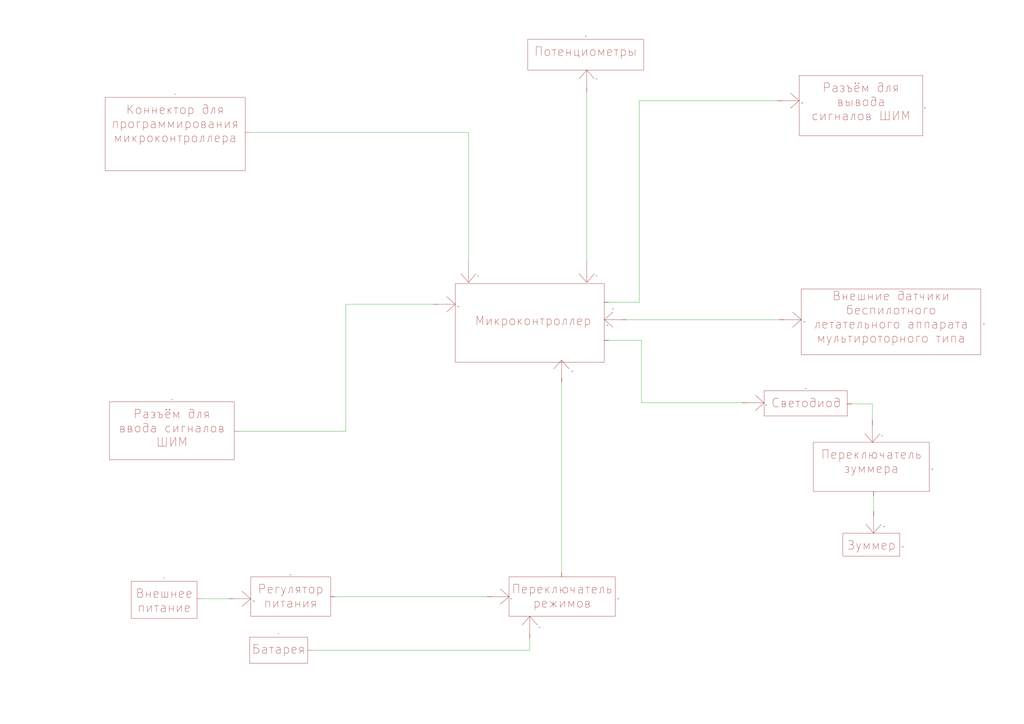
<source format=kicad_sch>
(kicad_sch (version 20250114) (generator "eeschema") (generator_version "9.0")
  (paper "A2")
  (title_block (title " Система автоматического управления \\n беспилотным летательным аппаратом \\n мультироторного типа ") (date "2025-05-02") (company "каф. ПИКС") (comment 1 "ГУИР.467993.013 Э1") (comment 2 "Схема электрическая структурная") (comment 3 "Корякин") (comment 4 "Колбун") (comment 5 "Колбун") (comment 6 "Друц") (comment 7 "Ефремова") (comment 8 "Алексеев"))
  (lib_symbols
    (symbol "struct:struct_MCU" (in_bom no) (on_board no)
      (property "Reference" "DD" (at 43.18 50.8 0))
      (symbol "struct_MCU_1_1"
        (rectangle (start 0 45.72) (end 86.36 0))
        (text "Микроконтроллер" (at 45.085 24.13 0) (effects (font (size 5.08 5.08))))
        (pin unspecified line (at 88.9 34.925 180) (length 2.54) (name "") (number ""))
        (pin unspecified line (at 88.9 12.7 180) (length 2.54) (name "") (number ""))
      )
    )
    (symbol "struct:struct_arrow" (pin_numbers (hide yes)) (pin_names (offset 0) (hide yes))
      (property "Reference" "D" (at 0 5.715 0))
      (symbol "struct_arrow_0_1"
        (polyline (pts (xy 2.54 0) (xy 12.7 0)))
        (polyline (pts (xy 7.62 4.445) (xy 12.7 0)))
        (polyline (pts (xy 7.62 -4.445) (xy 12.7 0)))
        (polyline (pts (xy 12.7 0) (xy 12.7 0)))
        (polyline (pts (xy 12.7 0) (xy 12.7 0)))
      )
      (symbol "struct_arrow_1_1"
        (pin unspecified line (at 0 0 0) (length 2.54) (name "") (number ""))
      )
    )
    (symbol "struct:struct_batt"
      (property "Reference" "D" (at 0.635 18.415 0))
      (symbol "struct_batt_1_1"
        (text_box "Батарея" (at 0 15.24 0) (size 33.655 -15.24) (margins 4.064 4.064 4.064 4.064) (effects (font (size 5.08 5.08)) (justify top)))
        (pin unspecified line (at 36.195 7.62 180) (length 2.54) (name "") (number ""))
      )
    )
    (symbol "struct:struct_buzzer" (pin_numbers (hide yes)) (pin_names (offset 0) (hide yes))
      (property "Reference" "D" (at 0.635 15.875 0))
      (symbol "struct_buzzer_1_1"
        (text_box "Зуммер" (at 0 13.335 0) (size 33.02 -13.335) (margins 4.064 4.064 4.064 4.064) (effects (font (size 5.08 5.08)) (justify top)))
      )
    )
    (symbol "struct:struct_buzzer_switch" (pin_numbers (hide yes)) (pin_names (offset 0) (hide yes))
      (property "Reference" "D" (at 0 33.02 0))
      (symbol "struct_buzzer_switch_1_1"
        (text_box "Переключатель зуммера" (at 0 28.575 0) (size 67.31 -28.575) (margins 4.064 4.064 4.064 4.064) (effects (font (size 5.08 5.08)) (justify top)))
        (pin unspecified line (at 34.925 -2.54 90) (length 2.54) (name "") (number ""))
      )
    )
    (symbol "struct:struct_conn_input" (pin_numbers (hide yes)) (pin_names (offset 0) (hide yes))
      (property "Reference" "D" (at -0.635 13.335 0))
      (symbol "struct_conn_input_1_1"
        (text_box "Разъём для ввода сигналов ШИМ" (at 0 33.655 0) (size 72.39 -33.655) (margins 4.064 4.064 4.064 4.064) (effects (font (size 5.08 5.08)) (justify top)))
        (pin unspecified line (at 74.93 16.51 180) (length 2.54) (name "out") (number "0"))
      )
    )
    (symbol "struct:struct_conn_output" (pin_numbers (hide yes)) (pin_names (offset 0) (hide yes))
      (property "Reference" "D" (at -7.62 46.99 0))
      (symbol "struct_conn_output_1_1"
        (text_box "Разъём для вывода сигналов ШИМ" (at 0 34.925 0) (size 71.755 -34.925) (margins 4.064 4.064 4.064 4.064) (effects (font (size 5.08 5.08)) (justify top)))
      )
    )
    (symbol "struct:struct_conn_program" (pin_numbers (hide yes)) (pin_names (offset 0) (hide yes))
      (property "Reference" "D" (at 1.905 46.355 0))
      (symbol "struct_conn_program_1_1"
        (text_box "Коннектор для программирования микроконтроллера" (at 0 42.545 0) (size 81.28 -42.545) (margins 4.064 4.064 4.064 4.064) (effects (font (size 5.08 5.08)) (justify top)))
        (pin unspecified line (at 83.82 22.225 180) (length 2.54) (name "") (number ""))
      )
    )
    (symbol "struct:struct_led" (pin_numbers (hide yes)) (pin_names (offset 0) (hide yes))
      (property "Reference" "D" (at 0 27.305 0))
      (symbol "struct_led_1_1"
        (text_box "Светодиод" (at 0 14.605 0) (size 48.26 -14.605) (margins 4.064 4.064 4.064 4.064) (effects (font (size 5.08 5.08)) (justify left top)))
        (pin unspecified line (at 50.8 6.985 180) (length 2.54) (name "") (number ""))
      )
    )
    (symbol "struct:struct_mode_switch" (pin_numbers (hide yes)) (pin_names (offset 0) (hide yes))
      (property "Reference" "D" (at 0 29.845 0))
      (symbol "struct_mode_switch_1_1"
        (text_box "Переключатель режимов" (at 0 22.86 0) (size 61.595 -22.86) (margins 4.064 4.064 4.064 4.064) (effects (font (size 5.08 5.08)) (justify top)))
        (pin unspecified line (at 30.48 25.4 270) (length 2.54) (name "") (number ""))
      )
    )
    (symbol "struct:struct_pot" (pin_numbers (hide yes)) (pin_names (offset 0) (hide yes))
      (property "Reference" "D" (at -1.27 0.635 0))
      (symbol "struct_pot_1_1"
        (text_box "Потенциометры" (at 0 17.78 0) (size 67.31 -17.78) (margins 4.064 4.064 4.064 4.064) (effects (font (size 5.08 5.08)) (justify top)))
      )
    )
    (symbol "struct:struct_sensors" (pin_numbers (hide yes)) (pin_names (offset 0) (hide yes))
      (property "Reference" "D" (at 0 0 0))
      (symbol "struct_sensors_1_1"
        (text_box "Внешние датчики\nбеспилотного летательного аппарата\nмультироторного типа" (at 0 0 0) (size 104.14 -38.1) (margins 1.016 1.016 1.016 1.016) (effects (font (size 5.08 5.08)) (justify top)))
      )
    )
    (symbol "struct:struct_supply_voltage" (pin_numbers (hide yes)) (pin_names (offset 0) (hide yes))
      (property "Reference" "D" (at 1.27 29.21 0))
      (symbol "struct_supply_voltage_1_1"
        (text_box "Внешнее питание" (at 0 21.59 0) (size 38.1 -21.59) (margins 4.064 4.064 4.064 4.064) (effects (font (size 5.08 5.08)) (justify top)))
        (pin unspecified line (at 40.64 11.43 180) (length 2.54) (name "") (number ""))
      )
    )
    (symbol "struct:struct_vreg" (pin_numbers (hide yes)) (pin_names (offset 0) (hide yes))
      (property "Reference" "D" (at 22.225 27.94 0))
      (symbol "struct_vreg_1_1"
        (text_box "Регулятор питания" (at 0 22.86 0) (size 46.355 -22.86) (margins 4.064 4.064 4.064 4.064) (effects (font (size 5.08 5.08)) (justify top)))
        (pin unspecified line (at 48.895 11.43 180) (length 2.54) (name "") (number ""))
      )
    )
  )
  (wire (pts (xy 370.84 58.42) (xy 450.85 58.42)))
  (wire (pts (xy 271.78 76.835) (xy 144.78 76.835)))
  (wire (pts (xy 372.11 197.485) (xy 353.06 197.485)))
  (wire (pts (xy 506.095 234.315) (xy 506.095 243.84)))
  (wire (pts (xy 180.975 377.19) (xy 307.34 377.19)))
  (wire (pts (xy 200.66 250.19) (xy 138.43 250.19)))
  (wire (pts (xy 370.84 175.26) (xy 353.06 175.26)))
  (wire (pts (xy 194.31 346.075) (xy 282.575 346.075)))
  (wire (pts (xy 307.34 377.19) (xy 307.34 370.205)))
  (wire (pts (xy 325.755 221.615) (xy 325.755 332.105)))
  (wire (pts (xy 271.78 76.835) (xy 271.78 151.13)))
  (wire (pts (xy 494.03 234.315) (xy 506.095 234.315)))
  (wire (pts (xy 363.22 185.42) (xy 452.12 185.42)))
  (wire (pts (xy 116.84 347.345) (xy 132.715 347.345)))
  (wire (pts (xy 251.46 176.53) (xy 200.66 176.53)))
  (wire (pts (xy 370.84 58.42) (xy 370.84 175.26)))
  (wire (pts (xy 200.66 176.53) (xy 200.66 250.19)))
  (wire (pts (xy 340.36 53.34) (xy 340.36 151.13)))
  (wire (pts (xy 506.73 287.655) (xy 506.73 296.545)))
  (wire (pts (xy 372.11 233.68) (xy 372.11 197.485)))
  (wire (pts (xy 372.11 233.68) (xy 430.53 233.68)))
  (symbol (lib_id "struct:struct_arrow") (at 340.36 53.34 90) (unit 1)
    (property "Reference" "D?" (effects (hide yes)))
    (property "Value" "~" (at 345.44 45.72 90) (effects (justify right)))
  )
  (symbol (lib_id "struct:struct_arrow") (at 282.575 346.075 0) (unit 1)
    (property "Reference" "D?" (effects (hide yes)))
    (property "Value" "~" (at 295.91 347.345 0) (effects (justify left)))
  )
  (symbol (lib_id "struct:struct_arrow") (at 506.73 296.545 270) (unit 1)
    (property "Reference" "D?" (effects (hide yes)))
    (property "Value" "~" (at 512.445 305.435 90) (effects (justify left)))
  )
  (symbol (lib_id "struct:struct_conn_output") (at 463.55 78.74 0) (unit 1)
    (property "Reference" "D?" (effects (hide yes)))
    (property "Value" "~" (at 535.94 62.5475 0) (effects (justify left)))
  )
  (symbol (lib_id "struct:struct_arrow") (at 452.12 185.42 0) (unit 1)
    (property "Reference" "D2" (effects (hide yes)))
    (property "Value" "~" (at 466.09 186.69 0) (effects (justify left)))
  )
  (symbol (lib_id "struct:struct_buzzer") (at 488.95 322.58 0) (unit 1)
    (property "Reference" "D?" (effects (hide yes)))
    (property "Value" "~" (at 523.24 317.1825 0) (effects (justify left)))
  )
  (symbol (lib_id "struct:struct_led") (at 443.23 241.3 0) (unit 1)
    (property "Reference" "D?" (effects (hide yes)))
    (property "Value" "~" (at 467.36 225.425 0))
  )
  (symbol (lib_id "struct:struct_arrow") (at 450.85 58.42 0) (unit 1)
    (property "Reference" "D?" (effects (hide yes)))
    (property "Value" "~" (at 464.82 59.69 0) (effects (justify left)))
  )
  (symbol (lib_id "struct:struct_sensors") (at 464.82 167.64 0) (unit 1)
    (property "Reference" "D1" (effects (hide yes)))
    (property "Value" "~" (at 570.23 187.96 0) (effects (justify left)))
  )
  (symbol (lib_id "struct:struct_batt") (at 144.78 384.81 0) (unit 1)
    (property "Reference" "D?" (effects (hide yes)))
    (property "Value" "~" (at 161.6075 367.665 0))
  )
  (symbol (lib_id "struct:struct_arrow") (at 132.715 347.345 0) (unit 1)
    (property "Reference" "D?" (effects (hide yes)))
    (property "Value" "~" (at 146.685 348.615 0) (effects (justify left)))
  )
  (symbol (lib_id "struct:struct_mode_switch") (at 295.275 357.505 0) (unit 1)
    (property "Reference" "D?" (effects (hide yes)))
    (property "Value" "~" (at 358.14 347.345 0) (effects (justify left)))
  )
  (symbol (lib_id "struct:struct_arrow") (at 251.46 176.53 0) (unit 1)
    (property "Reference" "D?" (effects (hide yes)))
    (property "Value" "~" (at 265.43 177.8 0) (effects (justify left)))
  )
  (symbol (lib_id "struct:struct_MCU") (at 264.16 210.185 0) (unit 1) (in_bom no) (on_board no)
    (property "Reference" "DD?" (effects (hide yes)))
    (property "Value" "~" (at 351.79 188.595 0) (effects (justify left)))
  )
  (symbol (lib_id "struct:struct_arrow") (at 430.53 233.68 0) (unit 1)
    (property "Reference" "D?" (effects (hide yes)))
    (property "Value" "~" (at 443.865 234.95 0) (effects (justify left)))
  )
  (symbol (lib_id "struct:struct_pot") (at 306.07 40.64 0) (unit 1)
    (property "Reference" "D?" (effects (hide yes)))
    (property "Value" "~" (at 339.725 20.955 0))
  )
  (symbol (lib_id "struct:struct_supply_voltage") (at 76.2 358.775 0) (unit 1)
    (property "Reference" "D?" (effects (hide yes)))
    (property "Value" "~" (at 95.25 335.28 0))
  )
  (symbol (lib_id "struct:struct_arrow") (at 307.34 370.205 90) (unit 1)
    (property "Reference" "D?" (effects (hide yes)))
    (property "Value" "~" (at 312.42 363.855 90) (effects (justify right)))
  )
  (symbol (lib_id "struct:struct_arrow") (at 363.22 185.42 180) (unit 1)
    (property "Reference" "D3" (effects (hide yes)))
    (property "Value" "~" (at 355.6 179.07 0))
  )
  (symbol (lib_id "struct:struct_vreg") (at 145.415 357.505 0) (unit 1)
    (property "Reference" "D?" (effects (hide yes)))
    (property "Value" "~" (at 168.5925 333.375 0))
  )
  (symbol (lib_id "struct:struct_buzzer_switch") (at 471.805 285.115 0) (unit 1)
    (property "Reference" "D?" (effects (hide yes)))
    (property "Value" "~" (at 540.385 272.0975 0) (effects (justify left)))
  )
  (symbol (lib_id "struct:struct_arrow") (at 271.78 151.13 270) (unit 1)
    (property "Reference" "D?" (effects (hide yes)))
    (property "Value" "~" (at 276.86 160.02 90) (effects (justify left)))
  )
  (symbol (lib_id "struct:struct_arrow") (at 325.755 221.615 90) (unit 1)
    (property "Reference" "D?" (effects (hide yes)))
    (property "Value" "~" (at 331.47 215.265 90) (effects (justify right)))
  )
  (symbol (lib_id "struct:struct_conn_program") (at 60.96 99.06 0) (unit 1)
    (property "Reference" "D?" (effects (hide yes)))
    (property "Value" "~" (at 101.6 54.61 0))
  )
  (symbol (lib_id "struct:struct_conn_input") (at 63.5 266.7 0) (unit 1)
    (property "Reference" "D?" (effects (hide yes)))
    (property "Value" "~" (at 99.695 231.775 0))
  )
  (symbol (lib_id "struct:struct_arrow") (at 506.095 243.84 270) (unit 1)
    (property "Reference" "D?" (effects (hide yes)))
    (property "Value" "~" (at 511.175 252.73 90) (effects (justify left)))
  )
  (symbol (lib_id "struct:struct_arrow") (at 340.36 151.13 270) (unit 1)
    (property "Reference" "D?" (effects (hide yes)))
    (property "Value" "~" (at 345.44 160.02 90) (effects (justify left)))
  )
)
</source>
